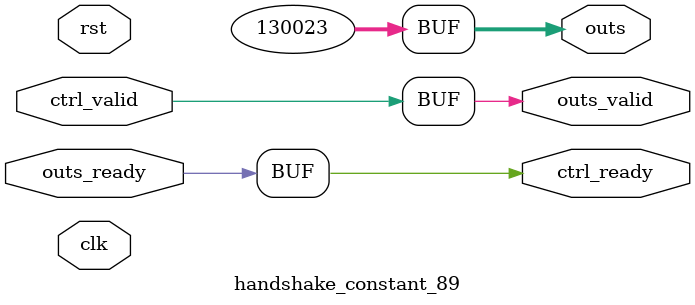
<source format=v>
`timescale 1ns / 1ps
module handshake_constant_89 #(
  parameter DATA_WIDTH = 32  // Default set to 32 bits
) (
  input                       clk,
  input                       rst,
  // Input Channel
  input                       ctrl_valid,
  output                      ctrl_ready,
  // Output Channel
  output [DATA_WIDTH - 1 : 0] outs,
  output                      outs_valid,
  input                       outs_ready
);
  assign outs       = 17'b11111101111100111;
  assign outs_valid = ctrl_valid;
  assign ctrl_ready = outs_ready;

endmodule

</source>
